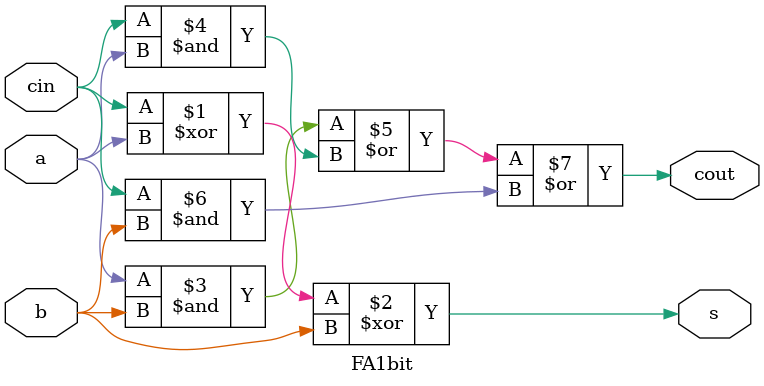
<source format=sv>
module FA1bit(a, b, cin, s, cout);
	input logic a, b, cin;
	output logic s, cout;
	assign s = cin^a^b;
	assign cout = (a&b)|(cin&a)|(cin&b);  
endmodule
</source>
